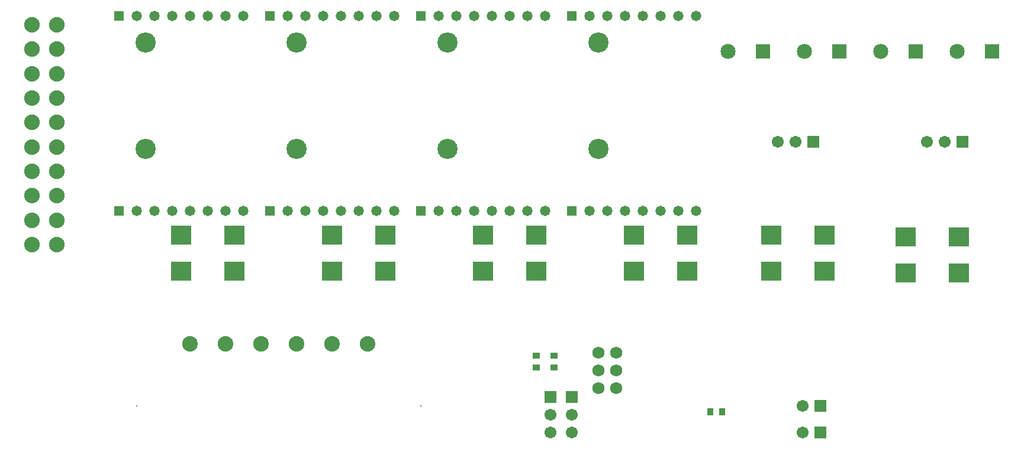
<source format=gbs>
G04*
G04 #@! TF.GenerationSoftware,Altium Limited,Altium Designer,19.0.12 (326)*
G04*
G04 Layer_Color=16711935*
%FSLAX24Y24*%
%MOIN*%
G70*
G01*
G75*
%ADD24R,0.0671X0.0671*%
%ADD25C,0.0671*%
%ADD26C,0.0848*%
%ADD27R,0.0848X0.0848*%
%ADD28R,0.0580X0.0580*%
%ADD29C,0.0580*%
%ADD30C,0.0680*%
%ADD31R,0.0671X0.0671*%
%ADD32C,0.0879*%
%ADD33C,0.0080*%
%ADD34C,0.0881*%
%ADD35C,0.1138*%
%ADD62R,0.1180X0.1080*%
%ADD63R,0.0375X0.0434*%
%ADD64R,0.0434X0.0375*%
D24*
X62000Y17400D02*
D03*
X53600D02*
D03*
X54000Y2500D02*
D03*
Y1000D02*
D03*
D25*
X61000Y17400D02*
D03*
X60000D02*
D03*
X52600D02*
D03*
X51600D02*
D03*
X40000Y1000D02*
D03*
Y2000D02*
D03*
X38800Y1000D02*
D03*
Y2000D02*
D03*
X53000Y2500D02*
D03*
Y1000D02*
D03*
D26*
X61709Y22500D02*
D03*
X57409D02*
D03*
X53109D02*
D03*
X48809D02*
D03*
D27*
X63678D02*
D03*
X59378D02*
D03*
X55078D02*
D03*
X50778D02*
D03*
D28*
X14500Y13500D02*
D03*
Y24500D02*
D03*
X23000Y13500D02*
D03*
Y24500D02*
D03*
X31500D02*
D03*
Y13500D02*
D03*
X40000D02*
D03*
Y24500D02*
D03*
D29*
X15500Y13500D02*
D03*
X16500D02*
D03*
X17500D02*
D03*
X18500D02*
D03*
X19500D02*
D03*
X20500D02*
D03*
X21500D02*
D03*
X15500Y24500D02*
D03*
X16500D02*
D03*
X17500D02*
D03*
X18500D02*
D03*
X19500D02*
D03*
X20500D02*
D03*
X21500D02*
D03*
X24000Y13500D02*
D03*
X25000D02*
D03*
X26000D02*
D03*
X27000D02*
D03*
X28000D02*
D03*
X29000D02*
D03*
X30000D02*
D03*
X24000Y24500D02*
D03*
X25000D02*
D03*
X26000D02*
D03*
X27000D02*
D03*
X28000D02*
D03*
X29000D02*
D03*
X30000D02*
D03*
X38500D02*
D03*
X37500D02*
D03*
X36500D02*
D03*
X35500D02*
D03*
X34500D02*
D03*
X33500D02*
D03*
X32500D02*
D03*
X38500Y13500D02*
D03*
X37500D02*
D03*
X36500D02*
D03*
X35500D02*
D03*
X34500D02*
D03*
X33500D02*
D03*
X32500D02*
D03*
X41000D02*
D03*
X42000D02*
D03*
X43000D02*
D03*
X44000D02*
D03*
X45000D02*
D03*
X46000D02*
D03*
X47000D02*
D03*
X41000Y24500D02*
D03*
X42000D02*
D03*
X43000D02*
D03*
X44000D02*
D03*
X45000D02*
D03*
X46000D02*
D03*
X47000D02*
D03*
D30*
X41500Y3500D02*
D03*
Y4500D02*
D03*
Y5500D02*
D03*
X42500Y3500D02*
D03*
Y4500D02*
D03*
Y5500D02*
D03*
D31*
X40000Y3000D02*
D03*
X38800D02*
D03*
D32*
X28500Y6000D02*
D03*
X18500D02*
D03*
X20500D02*
D03*
X22500D02*
D03*
X24500D02*
D03*
X26500D02*
D03*
D33*
X31500Y2500D02*
D03*
X15500D02*
D03*
D34*
X9622Y11598D02*
D03*
X11000D02*
D03*
Y24000D02*
D03*
X9622D02*
D03*
X11000Y22622D02*
D03*
X9622D02*
D03*
X11000Y21244D02*
D03*
X9622D02*
D03*
X11000Y19866D02*
D03*
X9622D02*
D03*
X11000Y18488D02*
D03*
X9622D02*
D03*
X11000Y17110D02*
D03*
X9622D02*
D03*
X11000Y15732D02*
D03*
X9622D02*
D03*
X11000Y14354D02*
D03*
X9622D02*
D03*
X11000Y12976D02*
D03*
X9622D02*
D03*
D35*
X16000Y23000D02*
D03*
Y17000D02*
D03*
X24500Y23000D02*
D03*
Y17000D02*
D03*
X33000Y23000D02*
D03*
Y17000D02*
D03*
X41500Y23000D02*
D03*
Y17000D02*
D03*
D62*
X54250Y12120D02*
D03*
Y10100D02*
D03*
X51230D02*
D03*
Y12120D02*
D03*
X61820Y12020D02*
D03*
Y10000D02*
D03*
X58800D02*
D03*
Y12020D02*
D03*
X26500Y10100D02*
D03*
Y12120D02*
D03*
X29520D02*
D03*
Y10100D02*
D03*
X46520D02*
D03*
Y12120D02*
D03*
X43500D02*
D03*
Y10100D02*
D03*
X38020D02*
D03*
Y12120D02*
D03*
X35000D02*
D03*
Y10100D02*
D03*
X21020D02*
D03*
Y12120D02*
D03*
X18000D02*
D03*
Y10100D02*
D03*
D63*
X48484Y2160D02*
D03*
X47796D02*
D03*
D64*
X39000Y5344D02*
D03*
Y4656D02*
D03*
X38000Y5344D02*
D03*
Y4656D02*
D03*
M02*

</source>
